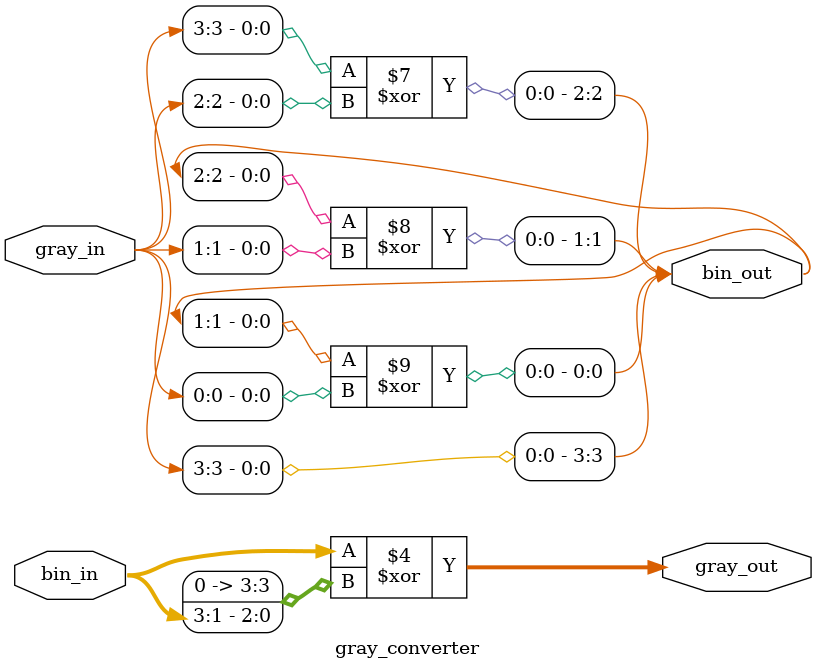
<source format=sv>
module gray_converter #(
  parameter WIDTH = 4
)(
  input  logic [WIDTH-1:0] bin_in,
  input  logic [WIDTH-1:0] gray_in,
  output logic [WIDTH-1:0] bin_out,
  output logic [WIDTH-1:0] gray_out
);
  // Binary to Gray is a simple shift and XOR
  assign gray_out = bin_in ^ (bin_in >> 1);

  // Gray to Binary requires a cascading XOR (done beautifully in a loop)
  always_comb begin
    bin_out[WIDTH-1] = gray_in[WIDTH-1];
    for (int i = WIDTH-2; i >= 0; i--) begin
      bin_out[i] = bin_out[i+1] ^ gray_in[i];
    end
  end
endmodule
</source>
